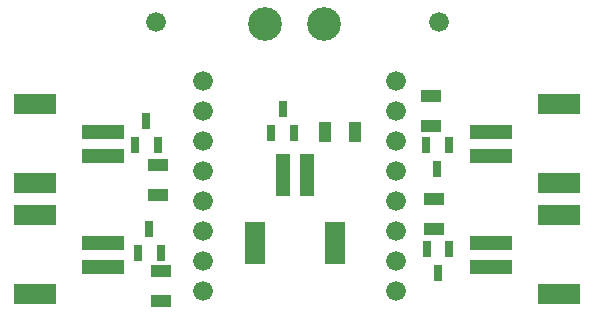
<source format=gbs>
G04*
G04 #@! TF.GenerationSoftware,Altium Limited,Altium Designer,22.2.1 (43)*
G04*
G04 Layer_Color=16711935*
%FSLAX24Y24*%
%MOIN*%
G70*
G04*
G04 #@! TF.SameCoordinates,757E67FC-675A-4625-AC2D-E40298A33DAC*
G04*
G04*
G04 #@! TF.FilePolarity,Negative*
G04*
G01*
G75*
%ADD15C,0.0659*%
%ADD16C,0.1122*%
%ADD25R,0.0413X0.0709*%
%ADD26R,0.0709X0.0413*%
%ADD30R,0.0650X0.1398*%
%ADD31R,0.0453X0.1437*%
%ADD32R,0.0279X0.0579*%
%ADD33R,0.1398X0.0650*%
%ADD34R,0.1437X0.0453*%
D15*
X12716Y900D02*
D03*
Y1900D02*
D03*
Y2900D02*
D03*
Y3900D02*
D03*
Y4900D02*
D03*
Y5900D02*
D03*
Y6900D02*
D03*
Y7900D02*
D03*
X6284D02*
D03*
Y6900D02*
D03*
Y5900D02*
D03*
Y3900D02*
D03*
Y2900D02*
D03*
Y1900D02*
D03*
Y900D02*
D03*
Y4900D02*
D03*
X14173Y9843D02*
D03*
X4724D02*
D03*
D16*
X8350Y9800D02*
D03*
X10318D02*
D03*
D25*
X10348Y6200D02*
D03*
X11352D02*
D03*
D26*
X13900Y6398D02*
D03*
Y7402D02*
D03*
X14000Y2948D02*
D03*
Y3952D02*
D03*
X4800Y5102D02*
D03*
Y4098D02*
D03*
X4900Y1552D02*
D03*
Y548D02*
D03*
D30*
X8037Y2486D02*
D03*
X10675D02*
D03*
D31*
X8963Y4750D02*
D03*
X9750D02*
D03*
D32*
X8950Y6950D02*
D03*
X8570Y6150D02*
D03*
X9330D02*
D03*
X14100Y4950D02*
D03*
X14480Y5750D02*
D03*
X13720D02*
D03*
X14120Y1500D02*
D03*
X14500Y2300D02*
D03*
X13740D02*
D03*
X4400Y6550D02*
D03*
X4020Y5750D02*
D03*
X4780D02*
D03*
X4500Y2950D02*
D03*
X4120Y2150D02*
D03*
X4880D02*
D03*
D33*
X18156Y4481D02*
D03*
Y7119D02*
D03*
Y781D02*
D03*
Y3419D02*
D03*
X694Y7119D02*
D03*
Y4481D02*
D03*
Y3419D02*
D03*
Y781D02*
D03*
D34*
X15892Y5406D02*
D03*
Y6194D02*
D03*
Y1706D02*
D03*
Y2494D02*
D03*
X2958Y6194D02*
D03*
Y5406D02*
D03*
Y2494D02*
D03*
Y1706D02*
D03*
M02*

</source>
